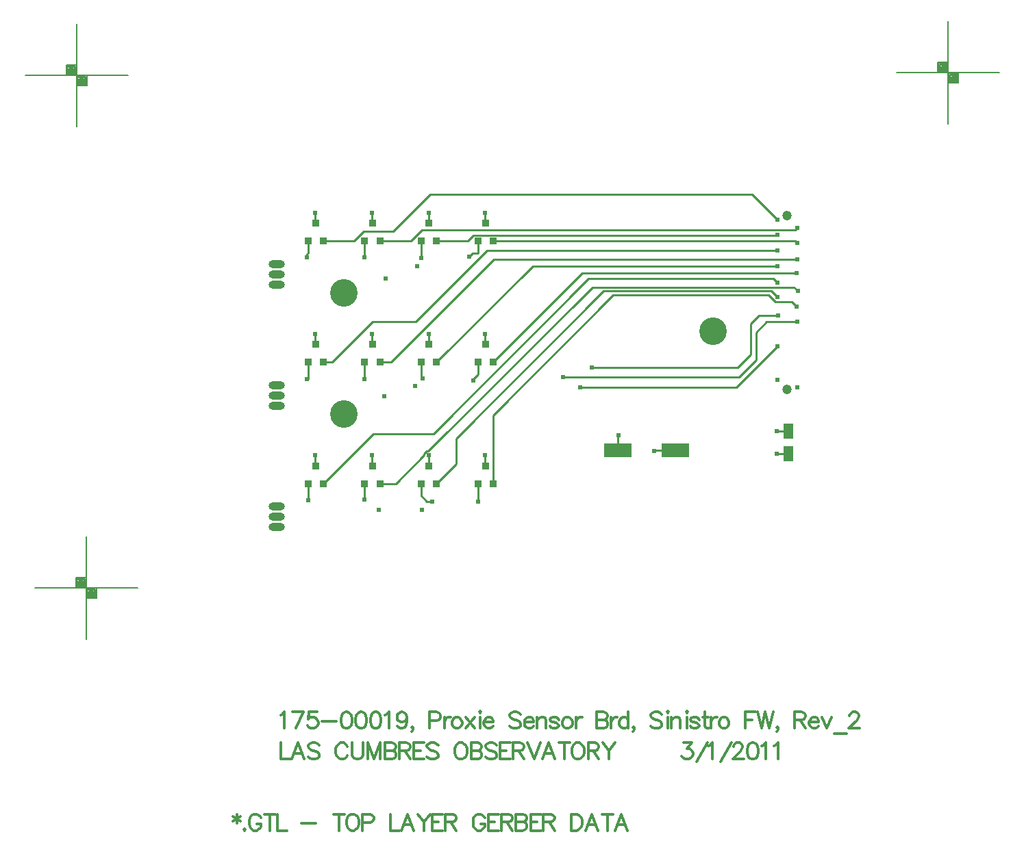
<source format=gtl>
%FSLAX23Y23*%
%MOIN*%
G70*
G01*
G75*
G04 Layer_Physical_Order=1*
G04 Layer_Color=255*
%ADD10R,0.036X0.036*%
%ADD11R,0.048X0.078*%
%ADD12R,0.135X0.070*%
%ADD13C,0.010*%
%ADD14C,0.012*%
%ADD15C,0.008*%
%ADD16C,0.012*%
%ADD17C,0.012*%
%ADD18C,0.134*%
%ADD19C,0.047*%
%ADD20O,0.079X0.039*%
%ADD21O,0.079X0.039*%
%ADD22C,0.024*%
D10*
X15921Y12893D02*
D03*
X15958Y12979D02*
D03*
X15995Y12893D02*
D03*
X15645D02*
D03*
X15682Y12979D02*
D03*
X15719Y12893D02*
D03*
X15370D02*
D03*
X15407Y12979D02*
D03*
X15444Y12893D02*
D03*
X15094D02*
D03*
X15131Y12979D02*
D03*
X15168Y12893D02*
D03*
X15921Y12303D02*
D03*
X15958Y12389D02*
D03*
X15995Y12303D02*
D03*
X15645D02*
D03*
X15682Y12389D02*
D03*
X15719Y12303D02*
D03*
X15370D02*
D03*
X15407Y12389D02*
D03*
X15444Y12303D02*
D03*
X15094D02*
D03*
X15131Y12389D02*
D03*
X15168Y12303D02*
D03*
X15921Y11712D02*
D03*
X15958Y11798D02*
D03*
X15995Y11712D02*
D03*
X15645D02*
D03*
X15682Y11798D02*
D03*
X15719Y11712D02*
D03*
X15370D02*
D03*
X15407Y11798D02*
D03*
X15444Y11712D02*
D03*
X15094D02*
D03*
X15131Y11798D02*
D03*
X15168Y11712D02*
D03*
D11*
X17431Y11968D02*
D03*
Y11858D02*
D03*
D12*
X16601Y11873D02*
D03*
X16881D02*
D03*
D13*
X15877Y12818D02*
X15894Y12834D01*
X15921D01*
X15090Y12829D02*
X15094Y12834D01*
X15090Y12814D02*
Y12829D01*
X15645Y12231D02*
X15653Y12223D01*
X15645Y12231D02*
Y12303D01*
X15897Y12215D02*
Y12219D01*
X15921Y12243D01*
X15673Y11625D02*
X15700D01*
X15645Y11653D02*
X15673Y11625D01*
X15648Y12946D02*
X17464D01*
X15595Y12893D02*
X15648Y12946D01*
X17464D02*
X17474Y12956D01*
X15956Y12981D02*
Y13030D01*
X17254Y13121D02*
X17378Y12997D01*
X15688Y13121D02*
X17254D01*
X15507Y12940D02*
X15688Y13121D01*
X15617Y12499D02*
X15966Y12848D01*
X15409Y12499D02*
X15617D01*
X15213Y12303D02*
X15409Y12499D01*
X15168Y12303D02*
X15213D01*
X15405Y12391D02*
Y12440D01*
X15999Y12805D02*
X17474D01*
X15497Y12303D02*
X15999Y12805D01*
X15444Y12303D02*
X15497D01*
X17459Y12668D02*
X17477Y12650D01*
X16477Y12668D02*
X17459D01*
X15680Y11871D02*
X16477Y12668D01*
X17358Y12711D02*
X17378Y12691D01*
X16460Y12711D02*
X17358D01*
X15704Y11955D02*
X16460Y12711D01*
X16578Y12629D02*
X17336D01*
X15995Y12045D02*
X16578Y12629D01*
X15995Y11712D02*
Y12045D01*
X15411Y11955D02*
X15704D01*
X15168Y11712D02*
X15411Y11955D01*
X15671Y11871D02*
X15680D01*
X15659Y11858D02*
X15671Y11871D01*
X15659Y11849D02*
Y11858D01*
X15522Y11712D02*
X15659Y11849D01*
X15444Y11712D02*
X15522D01*
X16417Y12180D02*
X17180D01*
X17380Y12380D01*
X17275Y12447D02*
X17326Y12499D01*
X16334Y12231D02*
X17192D01*
X17275Y12314D01*
Y12447D01*
X17326Y12499D02*
X17474D01*
X17184Y12278D02*
X17247Y12341D01*
Y12491D01*
X17289Y12532D01*
X16476Y12278D02*
X17184D01*
X17289Y12532D02*
X17381D01*
X17449Y12597D02*
X17472Y12574D01*
X17368Y12597D02*
X17449D01*
X17336Y12629D02*
X17368Y12597D01*
X16532Y12649D02*
X17347D01*
X17377Y12619D01*
X15814Y11932D02*
X16532Y12649D01*
X15814Y11807D02*
Y11932D01*
X15719Y11712D02*
X15814Y11807D01*
X16430Y12738D02*
X17473D01*
X15995Y12303D02*
X16430Y12738D01*
X16189Y12772D02*
X17378D01*
X15719Y12303D02*
X16189Y12772D01*
X15966Y12848D02*
X17380D01*
X15366Y12940D02*
X15507D01*
X15320Y12893D02*
X15366Y12940D01*
X15168Y12893D02*
X15320D01*
X15444D02*
X15595D01*
X17374Y12921D02*
X17377Y12924D01*
X15899Y12921D02*
X17374D01*
X15871Y12893D02*
X15899Y12921D01*
X15719Y12893D02*
X15871D01*
X17466D02*
X17475Y12884D01*
X15995Y12893D02*
X17466D01*
X15921Y11625D02*
Y11712D01*
X15956Y11800D02*
Y11849D01*
X15645Y11653D02*
Y11712D01*
X15681Y11800D02*
Y11849D01*
X15370Y11633D02*
Y11712D01*
X15405Y11800D02*
Y11849D01*
X15094Y11629D02*
Y11712D01*
X15129Y11800D02*
Y11849D01*
X15094Y12219D02*
Y12303D01*
X15129Y12391D02*
Y12440D01*
X15370Y12219D02*
Y12303D01*
X15681Y12391D02*
Y12440D01*
X15921Y12243D02*
Y12303D01*
X15956Y12391D02*
Y12440D01*
X15921Y12834D02*
Y12893D01*
X15645Y12810D02*
Y12893D01*
X15681Y12981D02*
Y13030D01*
X15370Y12814D02*
Y12893D01*
X15405Y12981D02*
Y13030D01*
X15129Y12981D02*
Y13030D01*
Y12981D02*
X15131Y12979D01*
X15094Y12834D02*
Y12893D01*
X17376Y11968D02*
X17436D01*
X17376Y11858D02*
X17436D01*
X16779Y11873D02*
X16881D01*
X16601D02*
Y11943D01*
D14*
X14747Y10102D02*
Y10057D01*
X14728Y10091D02*
X14766Y10068D01*
Y10091D02*
X14728Y10068D01*
X14786Y10030D02*
X14782Y10026D01*
X14786Y10022D01*
X14790Y10026D01*
X14786Y10030D01*
X14865Y10083D02*
X14861Y10091D01*
X14853Y10098D01*
X14845Y10102D01*
X14830D01*
X14823Y10098D01*
X14815Y10091D01*
X14811Y10083D01*
X14807Y10072D01*
Y10053D01*
X14811Y10041D01*
X14815Y10034D01*
X14823Y10026D01*
X14830Y10022D01*
X14845D01*
X14853Y10026D01*
X14861Y10034D01*
X14865Y10041D01*
Y10053D01*
X14845D02*
X14865D01*
X14909Y10102D02*
Y10022D01*
X14883Y10102D02*
X14936D01*
X14946D02*
Y10022D01*
X14991D01*
X15063Y10057D02*
X15131D01*
X15245Y10102D02*
Y10022D01*
X15218Y10102D02*
X15271D01*
X15304D02*
X15296Y10098D01*
X15288Y10091D01*
X15285Y10083D01*
X15281Y10072D01*
Y10053D01*
X15285Y10041D01*
X15288Y10034D01*
X15296Y10026D01*
X15304Y10022D01*
X15319D01*
X15326Y10026D01*
X15334Y10034D01*
X15338Y10041D01*
X15342Y10053D01*
Y10072D01*
X15338Y10083D01*
X15334Y10091D01*
X15326Y10098D01*
X15319Y10102D01*
X15304D01*
X15360Y10060D02*
X15395D01*
X15406Y10064D01*
X15410Y10068D01*
X15414Y10076D01*
Y10087D01*
X15410Y10095D01*
X15406Y10098D01*
X15395Y10102D01*
X15360D01*
Y10022D01*
X15494Y10102D02*
Y10022D01*
X15540D01*
X15610D02*
X15579Y10102D01*
X15549Y10022D01*
X15560Y10049D02*
X15598D01*
X15629Y10102D02*
X15659Y10064D01*
Y10022D01*
X15689Y10102D02*
X15659Y10064D01*
X15749Y10102D02*
X15700D01*
Y10022D01*
X15749D01*
X15700Y10064D02*
X15730D01*
X15763Y10102D02*
Y10022D01*
Y10102D02*
X15797D01*
X15808Y10098D01*
X15812Y10095D01*
X15816Y10087D01*
Y10079D01*
X15812Y10072D01*
X15808Y10068D01*
X15797Y10064D01*
X15763D01*
X15789D02*
X15816Y10022D01*
X15954Y10083D02*
X15950Y10091D01*
X15942Y10098D01*
X15935Y10102D01*
X15920D01*
X15912Y10098D01*
X15904Y10091D01*
X15900Y10083D01*
X15897Y10072D01*
Y10053D01*
X15900Y10041D01*
X15904Y10034D01*
X15912Y10026D01*
X15920Y10022D01*
X15935D01*
X15942Y10026D01*
X15950Y10034D01*
X15954Y10041D01*
Y10053D01*
X15935D02*
X15954D01*
X16022Y10102D02*
X15972D01*
Y10022D01*
X16022D01*
X15972Y10064D02*
X16003D01*
X16035Y10102D02*
Y10022D01*
Y10102D02*
X16069D01*
X16081Y10098D01*
X16084Y10095D01*
X16088Y10087D01*
Y10079D01*
X16084Y10072D01*
X16081Y10068D01*
X16069Y10064D01*
X16035D01*
X16062D02*
X16088Y10022D01*
X16106Y10102D02*
Y10022D01*
Y10102D02*
X16140D01*
X16152Y10098D01*
X16156Y10095D01*
X16159Y10087D01*
Y10079D01*
X16156Y10072D01*
X16152Y10068D01*
X16140Y10064D01*
X16106D02*
X16140D01*
X16152Y10060D01*
X16156Y10057D01*
X16159Y10049D01*
Y10038D01*
X16156Y10030D01*
X16152Y10026D01*
X16140Y10022D01*
X16106D01*
X16227Y10102D02*
X16177D01*
Y10022D01*
X16227D01*
X16177Y10064D02*
X16208D01*
X16240Y10102D02*
Y10022D01*
Y10102D02*
X16274D01*
X16286Y10098D01*
X16290Y10095D01*
X16294Y10087D01*
Y10079D01*
X16290Y10072D01*
X16286Y10068D01*
X16274Y10064D01*
X16240D01*
X16267D02*
X16294Y10022D01*
X16374Y10102D02*
Y10022D01*
Y10102D02*
X16401D01*
X16412Y10098D01*
X16420Y10091D01*
X16424Y10083D01*
X16428Y10072D01*
Y10053D01*
X16424Y10041D01*
X16420Y10034D01*
X16412Y10026D01*
X16401Y10022D01*
X16374D01*
X16506D02*
X16476Y10102D01*
X16445Y10022D01*
X16457Y10049D02*
X16495D01*
X16552Y10102D02*
Y10022D01*
X16525Y10102D02*
X16578D01*
X16649Y10022D02*
X16618Y10102D01*
X16588Y10022D01*
X16599Y10049D02*
X16637D01*
D15*
X17958Y13715D02*
X18458D01*
X18208Y13465D02*
Y13965D01*
X18158Y13715D02*
Y13765D01*
X18208D01*
X18258Y13665D02*
Y13715D01*
X18208Y13665D02*
X18258D01*
X18213Y13710D02*
X18253D01*
Y13670D02*
Y13710D01*
X18213Y13670D02*
X18253D01*
X18213D02*
Y13710D01*
X18218Y13705D02*
X18248D01*
Y13675D02*
Y13705D01*
X18218Y13675D02*
X18248D01*
X18218D02*
Y13700D01*
X18223D02*
X18243D01*
Y13680D02*
Y13700D01*
X18223Y13680D02*
X18243D01*
X18223D02*
Y13695D01*
X18228D02*
X18238D01*
Y13685D02*
Y13695D01*
X18228Y13685D02*
X18238D01*
X18228D02*
Y13695D01*
Y13690D02*
X18238D01*
X18163Y13760D02*
X18203D01*
Y13720D02*
Y13760D01*
X18163Y13720D02*
X18203D01*
X18163D02*
Y13760D01*
X18168Y13755D02*
X18198D01*
Y13725D02*
Y13755D01*
X18168Y13725D02*
X18198D01*
X18168D02*
Y13750D01*
X18173D02*
X18193D01*
Y13730D02*
Y13750D01*
X18173Y13730D02*
X18193D01*
X18173D02*
Y13745D01*
X18178D02*
X18188D01*
Y13735D02*
Y13745D01*
X18178Y13735D02*
X18188D01*
X18178D02*
Y13745D01*
Y13740D02*
X18188D01*
X13765Y11203D02*
X14265D01*
X14015Y10953D02*
Y11453D01*
X13965Y11203D02*
Y11253D01*
X14015D01*
X14065Y11153D02*
Y11203D01*
X14015Y11153D02*
X14065D01*
X14020Y11198D02*
X14060D01*
Y11158D02*
Y11198D01*
X14020Y11158D02*
X14060D01*
X14020D02*
Y11198D01*
X14025Y11193D02*
X14055D01*
Y11163D02*
Y11193D01*
X14025Y11163D02*
X14055D01*
X14025D02*
Y11188D01*
X14030D02*
X14050D01*
Y11168D02*
Y11188D01*
X14030Y11168D02*
X14050D01*
X14030D02*
Y11183D01*
X14035D02*
X14045D01*
Y11173D02*
Y11183D01*
X14035Y11173D02*
X14045D01*
X14035D02*
Y11183D01*
Y11178D02*
X14045D01*
X13970Y11248D02*
X14010D01*
Y11208D02*
Y11248D01*
X13970Y11208D02*
X14010D01*
X13970D02*
Y11248D01*
X13975Y11243D02*
X14005D01*
Y11213D02*
Y11243D01*
X13975Y11213D02*
X14005D01*
X13975D02*
Y11238D01*
X13980D02*
X14000D01*
Y11218D02*
Y11238D01*
X13980Y11218D02*
X14000D01*
X13980D02*
Y11233D01*
X13985D02*
X13995D01*
Y11223D02*
Y11233D01*
X13985Y11223D02*
X13995D01*
X13985D02*
Y11233D01*
Y11228D02*
X13995D01*
X13718Y13699D02*
X14218D01*
X13968Y13449D02*
Y13949D01*
X13918Y13699D02*
Y13749D01*
X13968D01*
X14018Y13649D02*
Y13699D01*
X13968Y13649D02*
X14018D01*
X13973Y13694D02*
X14013D01*
Y13654D02*
Y13694D01*
X13973Y13654D02*
X14013D01*
X13973D02*
Y13694D01*
X13978Y13689D02*
X14008D01*
Y13659D02*
Y13689D01*
X13978Y13659D02*
X14008D01*
X13978D02*
Y13684D01*
X13983D02*
X14003D01*
Y13664D02*
Y13684D01*
X13983Y13664D02*
X14003D01*
X13983D02*
Y13679D01*
X13988D02*
X13998D01*
Y13669D02*
Y13679D01*
X13988Y13669D02*
X13998D01*
X13988D02*
Y13679D01*
Y13674D02*
X13998D01*
X13923Y13744D02*
X13963D01*
Y13704D02*
Y13744D01*
X13923Y13704D02*
X13963D01*
X13923D02*
Y13744D01*
X13928Y13739D02*
X13958D01*
Y13709D02*
Y13739D01*
X13928Y13709D02*
X13958D01*
X13928D02*
Y13734D01*
X13933D02*
X13953D01*
Y13714D02*
Y13734D01*
X13933Y13714D02*
X13953D01*
X13933D02*
Y13729D01*
X13938D02*
X13948D01*
Y13719D02*
Y13729D01*
X13938Y13719D02*
X13948D01*
X13938D02*
Y13729D01*
Y13724D02*
X13948D01*
D16*
X14961Y10584D02*
X14969Y10588D01*
X14980Y10599D01*
Y10519D01*
X15073Y10599D02*
X15035Y10519D01*
X15020Y10599D02*
X15073D01*
X15137D02*
X15099D01*
X15095Y10565D01*
X15099Y10569D01*
X15110Y10573D01*
X15121D01*
X15133Y10569D01*
X15140Y10561D01*
X15144Y10550D01*
Y10542D01*
X15140Y10531D01*
X15133Y10523D01*
X15121Y10519D01*
X15110D01*
X15099Y10523D01*
X15095Y10527D01*
X15091Y10535D01*
X15162Y10554D02*
X15231D01*
X15277Y10599D02*
X15266Y10595D01*
X15258Y10584D01*
X15254Y10565D01*
Y10554D01*
X15258Y10535D01*
X15266Y10523D01*
X15277Y10519D01*
X15285D01*
X15296Y10523D01*
X15304Y10535D01*
X15308Y10554D01*
Y10565D01*
X15304Y10584D01*
X15296Y10595D01*
X15285Y10599D01*
X15277D01*
X15348D02*
X15337Y10595D01*
X15329Y10584D01*
X15326Y10565D01*
Y10554D01*
X15329Y10535D01*
X15337Y10523D01*
X15348Y10519D01*
X15356D01*
X15367Y10523D01*
X15375Y10535D01*
X15379Y10554D01*
Y10565D01*
X15375Y10584D01*
X15367Y10595D01*
X15356Y10599D01*
X15348D01*
X15420D02*
X15408Y10595D01*
X15401Y10584D01*
X15397Y10565D01*
Y10554D01*
X15401Y10535D01*
X15408Y10523D01*
X15420Y10519D01*
X15427D01*
X15439Y10523D01*
X15446Y10535D01*
X15450Y10554D01*
Y10565D01*
X15446Y10584D01*
X15439Y10595D01*
X15427Y10599D01*
X15420D01*
X15468Y10584D02*
X15476Y10588D01*
X15487Y10599D01*
Y10519D01*
X15576Y10573D02*
X15572Y10561D01*
X15565Y10554D01*
X15553Y10550D01*
X15549D01*
X15538Y10554D01*
X15530Y10561D01*
X15527Y10573D01*
Y10576D01*
X15530Y10588D01*
X15538Y10595D01*
X15549Y10599D01*
X15553D01*
X15565Y10595D01*
X15572Y10588D01*
X15576Y10573D01*
Y10554D01*
X15572Y10535D01*
X15565Y10523D01*
X15553Y10519D01*
X15546D01*
X15534Y10523D01*
X15530Y10531D01*
X15605Y10523D02*
X15602Y10519D01*
X15598Y10523D01*
X15602Y10527D01*
X15605Y10523D01*
Y10515D01*
X15602Y10508D01*
X15598Y10504D01*
X15686Y10557D02*
X15720D01*
X15732Y10561D01*
X15735Y10565D01*
X15739Y10573D01*
Y10584D01*
X15735Y10592D01*
X15732Y10595D01*
X15720Y10599D01*
X15686D01*
Y10519D01*
X15757Y10573D02*
Y10519D01*
Y10550D02*
X15761Y10561D01*
X15768Y10569D01*
X15776Y10573D01*
X15788D01*
X15814D02*
X15806Y10569D01*
X15799Y10561D01*
X15795Y10550D01*
Y10542D01*
X15799Y10531D01*
X15806Y10523D01*
X15814Y10519D01*
X15825D01*
X15833Y10523D01*
X15840Y10531D01*
X15844Y10542D01*
Y10550D01*
X15840Y10561D01*
X15833Y10569D01*
X15825Y10573D01*
X15814D01*
X15862D02*
X15904Y10519D01*
Y10573D02*
X15862Y10519D01*
X15928Y10599D02*
X15932Y10595D01*
X15936Y10599D01*
X15932Y10603D01*
X15928Y10599D01*
X15932Y10573D02*
Y10519D01*
X15950Y10550D02*
X15995D01*
Y10557D01*
X15992Y10565D01*
X15988Y10569D01*
X15980Y10573D01*
X15969D01*
X15961Y10569D01*
X15954Y10561D01*
X15950Y10550D01*
Y10542D01*
X15954Y10531D01*
X15961Y10523D01*
X15969Y10519D01*
X15980D01*
X15988Y10523D01*
X15995Y10531D01*
X16129Y10588D02*
X16121Y10595D01*
X16110Y10599D01*
X16095D01*
X16083Y10595D01*
X16075Y10588D01*
Y10580D01*
X16079Y10573D01*
X16083Y10569D01*
X16091Y10565D01*
X16114Y10557D01*
X16121Y10554D01*
X16125Y10550D01*
X16129Y10542D01*
Y10531D01*
X16121Y10523D01*
X16110Y10519D01*
X16095D01*
X16083Y10523D01*
X16075Y10531D01*
X16147Y10550D02*
X16192D01*
Y10557D01*
X16189Y10565D01*
X16185Y10569D01*
X16177Y10573D01*
X16166D01*
X16158Y10569D01*
X16150Y10561D01*
X16147Y10550D01*
Y10542D01*
X16150Y10531D01*
X16158Y10523D01*
X16166Y10519D01*
X16177D01*
X16185Y10523D01*
X16192Y10531D01*
X16210Y10573D02*
Y10519D01*
Y10557D02*
X16221Y10569D01*
X16229Y10573D01*
X16240D01*
X16248Y10569D01*
X16251Y10557D01*
Y10519D01*
X16314Y10561D02*
X16310Y10569D01*
X16299Y10573D01*
X16288D01*
X16276Y10569D01*
X16272Y10561D01*
X16276Y10554D01*
X16284Y10550D01*
X16303Y10546D01*
X16310Y10542D01*
X16314Y10535D01*
Y10531D01*
X16310Y10523D01*
X16299Y10519D01*
X16288D01*
X16276Y10523D01*
X16272Y10531D01*
X16350Y10573D02*
X16342Y10569D01*
X16335Y10561D01*
X16331Y10550D01*
Y10542D01*
X16335Y10531D01*
X16342Y10523D01*
X16350Y10519D01*
X16361D01*
X16369Y10523D01*
X16377Y10531D01*
X16381Y10542D01*
Y10550D01*
X16377Y10561D01*
X16369Y10569D01*
X16361Y10573D01*
X16350D01*
X16398D02*
Y10519D01*
Y10550D02*
X16402Y10561D01*
X16409Y10569D01*
X16417Y10573D01*
X16429D01*
X16499Y10599D02*
Y10519D01*
Y10599D02*
X16533D01*
X16544Y10595D01*
X16548Y10592D01*
X16552Y10584D01*
Y10576D01*
X16548Y10569D01*
X16544Y10565D01*
X16533Y10561D01*
X16499D02*
X16533D01*
X16544Y10557D01*
X16548Y10554D01*
X16552Y10546D01*
Y10535D01*
X16548Y10527D01*
X16544Y10523D01*
X16533Y10519D01*
X16499D01*
X16570Y10573D02*
Y10519D01*
Y10550D02*
X16574Y10561D01*
X16581Y10569D01*
X16589Y10573D01*
X16600D01*
X16653Y10599D02*
Y10519D01*
Y10561D02*
X16646Y10569D01*
X16638Y10573D01*
X16627D01*
X16619Y10569D01*
X16611Y10561D01*
X16608Y10550D01*
Y10542D01*
X16611Y10531D01*
X16619Y10523D01*
X16627Y10519D01*
X16638D01*
X16646Y10523D01*
X16653Y10531D01*
X16682Y10523D02*
X16678Y10519D01*
X16675Y10523D01*
X16678Y10527D01*
X16682Y10523D01*
Y10515D01*
X16678Y10508D01*
X16675Y10504D01*
X16816Y10588D02*
X16808Y10595D01*
X16797Y10599D01*
X16782D01*
X16770Y10595D01*
X16763Y10588D01*
Y10580D01*
X16766Y10573D01*
X16770Y10569D01*
X16778Y10565D01*
X16801Y10557D01*
X16808Y10554D01*
X16812Y10550D01*
X16816Y10542D01*
Y10531D01*
X16808Y10523D01*
X16797Y10519D01*
X16782D01*
X16770Y10523D01*
X16763Y10531D01*
X16841Y10599D02*
X16845Y10595D01*
X16849Y10599D01*
X16845Y10603D01*
X16841Y10599D01*
X16845Y10573D02*
Y10519D01*
X16863Y10573D02*
Y10519D01*
Y10557D02*
X16875Y10569D01*
X16882Y10573D01*
X16894D01*
X16901Y10569D01*
X16905Y10557D01*
Y10519D01*
X16934Y10599D02*
X16937Y10595D01*
X16941Y10599D01*
X16937Y10603D01*
X16934Y10599D01*
X16937Y10573D02*
Y10519D01*
X16997Y10561D02*
X16993Y10569D01*
X16982Y10573D01*
X16971D01*
X16959Y10569D01*
X16955Y10561D01*
X16959Y10554D01*
X16967Y10550D01*
X16986Y10546D01*
X16993Y10542D01*
X16997Y10535D01*
Y10531D01*
X16993Y10523D01*
X16982Y10519D01*
X16971D01*
X16959Y10523D01*
X16955Y10531D01*
X17025Y10599D02*
Y10535D01*
X17029Y10523D01*
X17037Y10519D01*
X17044D01*
X17014Y10573D02*
X17041D01*
X17056D02*
Y10519D01*
Y10550D02*
X17060Y10561D01*
X17067Y10569D01*
X17075Y10573D01*
X17086D01*
X17113D02*
X17105Y10569D01*
X17097Y10561D01*
X17094Y10550D01*
Y10542D01*
X17097Y10531D01*
X17105Y10523D01*
X17113Y10519D01*
X17124D01*
X17132Y10523D01*
X17139Y10531D01*
X17143Y10542D01*
Y10550D01*
X17139Y10561D01*
X17132Y10569D01*
X17124Y10573D01*
X17113D01*
X17223Y10599D02*
Y10519D01*
Y10599D02*
X17273D01*
X17223Y10561D02*
X17254D01*
X17282Y10599D02*
X17301Y10519D01*
X17320Y10599D02*
X17301Y10519D01*
X17320Y10599D02*
X17339Y10519D01*
X17358Y10599D02*
X17339Y10519D01*
X17382Y10523D02*
X17378Y10519D01*
X17374Y10523D01*
X17378Y10527D01*
X17382Y10523D01*
Y10515D01*
X17378Y10508D01*
X17374Y10504D01*
X17462Y10599D02*
Y10519D01*
Y10599D02*
X17496D01*
X17508Y10595D01*
X17512Y10592D01*
X17516Y10584D01*
Y10576D01*
X17512Y10569D01*
X17508Y10565D01*
X17496Y10561D01*
X17462D01*
X17489D02*
X17516Y10519D01*
X17533Y10550D02*
X17579D01*
Y10557D01*
X17575Y10565D01*
X17572Y10569D01*
X17564Y10573D01*
X17552D01*
X17545Y10569D01*
X17537Y10561D01*
X17533Y10550D01*
Y10542D01*
X17537Y10531D01*
X17545Y10523D01*
X17552Y10519D01*
X17564D01*
X17572Y10523D01*
X17579Y10531D01*
X17596Y10573D02*
X17619Y10519D01*
X17642Y10573D02*
X17619Y10519D01*
X17655Y10493D02*
X17716D01*
X17730Y10580D02*
Y10584D01*
X17734Y10592D01*
X17738Y10595D01*
X17745Y10599D01*
X17760D01*
X17768Y10595D01*
X17772Y10592D01*
X17776Y10584D01*
Y10576D01*
X17772Y10569D01*
X17764Y10557D01*
X17726Y10519D01*
X17779D01*
D17*
X14961Y10449D02*
Y10369D01*
X15007D01*
X15076D02*
X15046Y10449D01*
X15015Y10369D01*
X15027Y10396D02*
X15065D01*
X15148Y10438D02*
X15141Y10445D01*
X15129Y10449D01*
X15114D01*
X15103Y10445D01*
X15095Y10438D01*
Y10430D01*
X15099Y10423D01*
X15103Y10419D01*
X15110Y10415D01*
X15133Y10407D01*
X15141Y10404D01*
X15145Y10400D01*
X15148Y10392D01*
Y10381D01*
X15141Y10373D01*
X15129Y10369D01*
X15114D01*
X15103Y10373D01*
X15095Y10381D01*
X15286Y10430D02*
X15282Y10438D01*
X15275Y10445D01*
X15267Y10449D01*
X15252D01*
X15244Y10445D01*
X15237Y10438D01*
X15233Y10430D01*
X15229Y10419D01*
Y10400D01*
X15233Y10388D01*
X15237Y10381D01*
X15244Y10373D01*
X15252Y10369D01*
X15267D01*
X15275Y10373D01*
X15282Y10381D01*
X15286Y10388D01*
X15309Y10449D02*
Y10392D01*
X15313Y10381D01*
X15320Y10373D01*
X15332Y10369D01*
X15339D01*
X15351Y10373D01*
X15358Y10381D01*
X15362Y10392D01*
Y10449D01*
X15384D02*
Y10369D01*
Y10449D02*
X15415Y10369D01*
X15445Y10449D02*
X15415Y10369D01*
X15445Y10449D02*
Y10369D01*
X15468Y10449D02*
Y10369D01*
Y10449D02*
X15502D01*
X15514Y10445D01*
X15517Y10442D01*
X15521Y10434D01*
Y10426D01*
X15517Y10419D01*
X15514Y10415D01*
X15502Y10411D01*
X15468D02*
X15502D01*
X15514Y10407D01*
X15517Y10404D01*
X15521Y10396D01*
Y10385D01*
X15517Y10377D01*
X15514Y10373D01*
X15502Y10369D01*
X15468D01*
X15539Y10449D02*
Y10369D01*
Y10449D02*
X15573D01*
X15585Y10445D01*
X15589Y10442D01*
X15593Y10434D01*
Y10426D01*
X15589Y10419D01*
X15585Y10415D01*
X15573Y10411D01*
X15539D01*
X15566D02*
X15593Y10369D01*
X15660Y10449D02*
X15610D01*
Y10369D01*
X15660D01*
X15610Y10411D02*
X15641D01*
X15727Y10438D02*
X15719Y10445D01*
X15708Y10449D01*
X15692D01*
X15681Y10445D01*
X15673Y10438D01*
Y10430D01*
X15677Y10423D01*
X15681Y10419D01*
X15688Y10415D01*
X15711Y10407D01*
X15719Y10404D01*
X15723Y10400D01*
X15727Y10392D01*
Y10381D01*
X15719Y10373D01*
X15708Y10369D01*
X15692D01*
X15681Y10373D01*
X15673Y10381D01*
X15830Y10449D02*
X15823Y10445D01*
X15815Y10438D01*
X15811Y10430D01*
X15807Y10419D01*
Y10400D01*
X15811Y10388D01*
X15815Y10381D01*
X15823Y10373D01*
X15830Y10369D01*
X15845D01*
X15853Y10373D01*
X15861Y10381D01*
X15864Y10388D01*
X15868Y10400D01*
Y10419D01*
X15864Y10430D01*
X15861Y10438D01*
X15853Y10445D01*
X15845Y10449D01*
X15830D01*
X15887D02*
Y10369D01*
Y10449D02*
X15921D01*
X15933Y10445D01*
X15936Y10442D01*
X15940Y10434D01*
Y10426D01*
X15936Y10419D01*
X15933Y10415D01*
X15921Y10411D01*
X15887D02*
X15921D01*
X15933Y10407D01*
X15936Y10404D01*
X15940Y10396D01*
Y10385D01*
X15936Y10377D01*
X15933Y10373D01*
X15921Y10369D01*
X15887D01*
X16011Y10438D02*
X16004Y10445D01*
X15992Y10449D01*
X15977D01*
X15966Y10445D01*
X15958Y10438D01*
Y10430D01*
X15962Y10423D01*
X15966Y10419D01*
X15973Y10415D01*
X15996Y10407D01*
X16004Y10404D01*
X16008Y10400D01*
X16011Y10392D01*
Y10381D01*
X16004Y10373D01*
X15992Y10369D01*
X15977D01*
X15966Y10373D01*
X15958Y10381D01*
X16079Y10449D02*
X16029D01*
Y10369D01*
X16079D01*
X16029Y10411D02*
X16060D01*
X16092Y10449D02*
Y10369D01*
Y10449D02*
X16126D01*
X16138Y10445D01*
X16142Y10442D01*
X16146Y10434D01*
Y10426D01*
X16142Y10419D01*
X16138Y10415D01*
X16126Y10411D01*
X16092D01*
X16119D02*
X16146Y10369D01*
X16163Y10449D02*
X16194Y10369D01*
X16224Y10449D02*
X16194Y10369D01*
X16296D02*
X16265Y10449D01*
X16235Y10369D01*
X16246Y10396D02*
X16284D01*
X16341Y10449D02*
Y10369D01*
X16314Y10449D02*
X16368D01*
X16400D02*
X16392Y10445D01*
X16385Y10438D01*
X16381Y10430D01*
X16377Y10419D01*
Y10400D01*
X16381Y10388D01*
X16385Y10381D01*
X16392Y10373D01*
X16400Y10369D01*
X16415D01*
X16423Y10373D01*
X16430Y10381D01*
X16434Y10388D01*
X16438Y10400D01*
Y10419D01*
X16434Y10430D01*
X16430Y10438D01*
X16423Y10445D01*
X16415Y10449D01*
X16400D01*
X16457D02*
Y10369D01*
Y10449D02*
X16491D01*
X16502Y10445D01*
X16506Y10442D01*
X16510Y10434D01*
Y10426D01*
X16506Y10419D01*
X16502Y10415D01*
X16491Y10411D01*
X16457D01*
X16483D02*
X16510Y10369D01*
X16528Y10449D02*
X16558Y10411D01*
Y10369D01*
X16589Y10449D02*
X16558Y10411D01*
X16921Y10449D02*
X16963D01*
X16940Y10419D01*
X16951D01*
X16959Y10415D01*
X16963Y10411D01*
X16967Y10400D01*
Y10392D01*
X16963Y10381D01*
X16955Y10373D01*
X16944Y10369D01*
X16932D01*
X16921Y10373D01*
X16917Y10377D01*
X16913Y10385D01*
X16985Y10358D02*
X17038Y10449D01*
X17043Y10434D02*
X17051Y10438D01*
X17062Y10449D01*
Y10369D01*
X17102Y10358D02*
X17155Y10449D01*
X17164Y10430D02*
Y10434D01*
X17168Y10442D01*
X17172Y10445D01*
X17180Y10449D01*
X17195D01*
X17202Y10445D01*
X17206Y10442D01*
X17210Y10434D01*
Y10426D01*
X17206Y10419D01*
X17199Y10407D01*
X17161Y10369D01*
X17214D01*
X17255Y10449D02*
X17243Y10445D01*
X17236Y10434D01*
X17232Y10415D01*
Y10404D01*
X17236Y10385D01*
X17243Y10373D01*
X17255Y10369D01*
X17262D01*
X17274Y10373D01*
X17281Y10385D01*
X17285Y10404D01*
Y10415D01*
X17281Y10434D01*
X17274Y10445D01*
X17262Y10449D01*
X17255D01*
X17303Y10434D02*
X17311Y10438D01*
X17322Y10449D01*
Y10369D01*
X17362Y10434D02*
X17369Y10438D01*
X17381Y10449D01*
Y10369D01*
D18*
X17066Y12455D02*
D03*
X15269Y12051D02*
D03*
Y12641D02*
D03*
D19*
X17426Y12169D02*
D03*
Y13017D02*
D03*
D20*
X14942Y11500D02*
D03*
Y11550D02*
D03*
X14942Y12090D02*
D03*
Y12140D02*
D03*
Y12681D02*
D03*
Y12731D02*
D03*
D21*
X14942Y11600D02*
D03*
X14942Y12190D02*
D03*
Y12781D02*
D03*
D22*
X15653Y12223D02*
D03*
X15877Y12818D02*
D03*
X15645Y12810D02*
D03*
X15370Y12814D02*
D03*
X15090D02*
D03*
Y12219D02*
D03*
X15370D02*
D03*
X15897Y12215D02*
D03*
X15921Y11625D02*
D03*
X15700D02*
D03*
X15094Y11629D02*
D03*
X15472Y12711D02*
D03*
X15625Y12770D02*
D03*
X15464Y12136D02*
D03*
X15614Y12188D02*
D03*
X15440Y11585D02*
D03*
X15649D02*
D03*
X15956Y13030D02*
D03*
X17378Y12997D02*
D03*
X16417Y12180D02*
D03*
X16334Y12231D02*
D03*
X16476Y12278D02*
D03*
X15956Y11849D02*
D03*
X15681D02*
D03*
X15370Y11633D02*
D03*
X15405Y11849D02*
D03*
X15129D02*
D03*
Y12440D02*
D03*
X15405D02*
D03*
X15681D02*
D03*
X15956D02*
D03*
X15681Y13030D02*
D03*
X15405D02*
D03*
X15129D02*
D03*
X17376Y11968D02*
D03*
Y11858D02*
D03*
X17474Y12182D02*
D03*
X17378Y12218D02*
D03*
X17474Y12956D02*
D03*
X17377Y12924D02*
D03*
X17475Y12884D02*
D03*
X17380Y12848D02*
D03*
X17474Y12805D02*
D03*
X17378Y12772D02*
D03*
X17473Y12738D02*
D03*
X17378Y12691D02*
D03*
X17477Y12650D02*
D03*
X17377Y12619D02*
D03*
X17472Y12574D02*
D03*
X17381Y12532D02*
D03*
X17474Y12499D02*
D03*
X17380Y12380D02*
D03*
X16778Y11872D02*
D03*
X16604Y11946D02*
D03*
M02*

</source>
